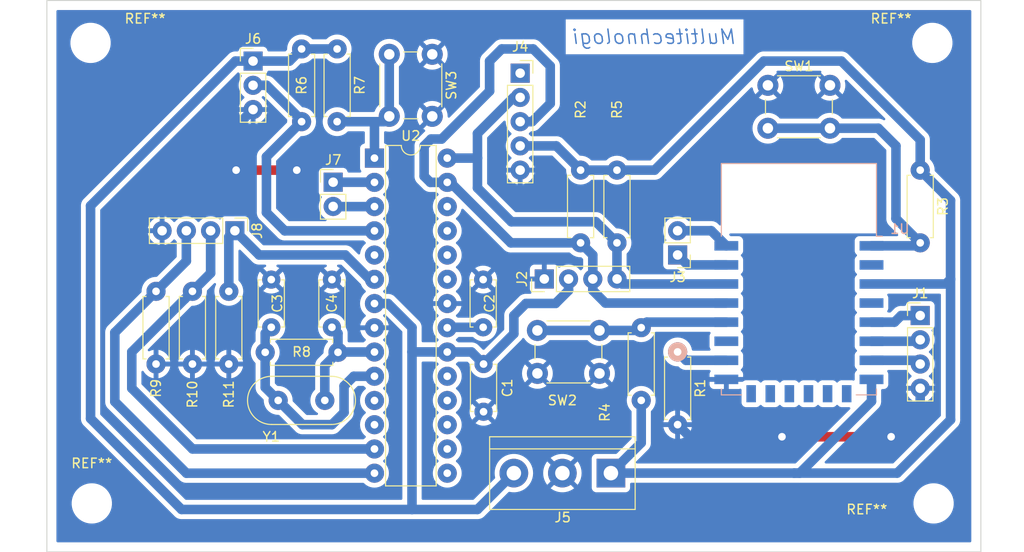
<source format=kicad_pcb>
(kicad_pcb (version 20211014) (generator pcbnew)
  (layers (0 "F.Cu" signal) (31 "B.Cu" signal) (34 "B.Paste" user) (35 "F.Paste" user) (36 "B.SilkS" user "B.Silkscreen") (37 "F.SilkS" user "F.Silkscreen") (38 "B.Mask" user) (39 "F.Mask" user) (44 "Edge.Cuts" user))
  (net 0 "")
  (net 1 "+5V")
  (net 2 "GND")
  (net 3 "Net-(C2-Pad1)")
  (net 4 "Net-(C3-Pad1)")
  (net 5 "Net-(C4-Pad1)")
  (net 6 "/UP")
  (net 7 "/DOWN")
  (net 8 "/SET")
  (net 9 "/SDA")
  (net 10 "/SCL")
  (net 11 "/OS")
  (net 12 "+3.3V")
  (net 13 "/DQ")
  (net 14 "/CH1")
  (net 15 "/CH2")
  (net 16 "/CH3")
  (net 17 "/RX_ESP")
  (net 18 "/TX_ESP")
  (net 19 "Net-(R1-Pad1)")
  (net 20 "Net-(R3-Pad2)")
  (net 21 "Net-(R4-Pad2)")
  (net 22 "Net-(R7-Pad2)")
  (net 44 "/RX_ATMega")
  (net 45 "/TX_ATMega")
  (footprint "Connector_PinHeader_2.54mm:PinHeader_1x02_P2.54mm_Vertical" (layer "F.Cu") (at 88.134849 45.72 180)
    (fp_text reference "J3" (at 0 -2.33 180) (layer "F.SilkS"))
    (fp_text value "Serial ESP")
    (fp_line (start -1.33 1.27) (end 1.33 1.27) (layer "F.SilkS") (width 0.12))
    (fp_line (start 1.33 1.27) (end 1.33 3.87) (layer "F.SilkS") (width 0.12))
    (fp_line (start -1.33 0) (end -1.33 -1.33) (layer "F.SilkS") (width 0.12))
    (fp_line (start -1.33 3.87) (end 1.33 3.87) (layer "F.SilkS") (width 0.12))
    (fp_line (start -1.33 -1.33) (end 0 -1.33) (layer "F.SilkS") (width 0.12))
    (fp_line (start -1.33 1.27) (end -1.33 3.87) (layer "F.SilkS") (width 0.12))
    (pad "1" thru_hole rect (at 0 0 180) (size 2 2) (drill 1) (layers *.Cu *.Mask) (net 18 "/TX_ESP"))
    (pad "2" thru_hole oval (at 0 2.54 180) (size 2 2) (drill 1) (layers *.Cu *.Mask) (net 17 "/RX_ESP"))
  )
  (footprint "Button_Switch_THT:SW_PUSH_6mm" (layer "F.Cu") (at 79.954849 58.13 180)
    (fp_text reference "SW2" (at 3.885 -2.83) (layer "F.SilkS"))
    (fp_text value "UART")
    (fp_line (start 1 5.5) (end 5.5 5.5) (layer "F.SilkS") (width 0.12))
    (fp_line (start 6.75 3) (end 6.75 1.5) (layer "F.SilkS") (width 0.12))
    (fp_line (start -0.25 1.5) (end -0.25 3) (layer "F.SilkS") (width 0.12))
    (fp_line (start 5.5 -1) (end 1 -1) (layer "F.SilkS") (width 0.12))
    (pad "1" thru_hole circle (at 0 0 270) (size 2.2 2.2) (drill 1.1) (layers *.Cu *.Mask) (net 2 "GND"))
    (pad "1" thru_hole circle (at 6.5 0 270) (size 2.2 2.2) (drill 1.1) (layers *.Cu *.Mask) (net 2 "GND"))
    (pad "2" thru_hole circle (at 6.5 4.5 270) (size 2.2 2.2) (drill 1.1) (layers *.Cu *.Mask) (net 21 "Net-(R4-Pad2)"))
    (pad "2" thru_hole circle (at 0 4.5 270) (size 2.2 2.2) (drill 1.1) (layers *.Cu *.Mask) (net 21 "Net-(R4-Pad2)"))
  )
  (footprint "Capacitor_THT:C_Disc_D4.7mm_W2.5mm_P5.00mm" (layer "F.Cu") (at 45.589849 53.3 90)
    (fp_text reference "C3" (at 2.5 0.635 90) (layer "F.SilkS"))
    (fp_text value "22pf")
    (fp_line (start 0.03 1.055) (end 0.03 1.37) (layer "F.SilkS") (width 0.12))
    (fp_line (start 4.97 1.055) (end 4.97 1.37) (layer "F.SilkS") (width 0.12))
    (fp_line (start 0.03 1.37) (end 4.97 1.37) (layer "F.SilkS") (width 0.12))
    (fp_line (start 0.03 -1.37) (end 0.03 -1.055) (layer "F.SilkS") (width 0.12))
    (fp_line (start 0.03 -1.37) (end 4.97 -1.37) (layer "F.SilkS") (width 0.12))
    (fp_line (start 4.97 -1.37) (end 4.97 -1.055) (layer "F.SilkS") (width 0.12))
    (pad "1" thru_hole circle (at 0 0 90) (size 1.9 1.9) (drill 0.8) (layers *.Cu *.Mask) (net 4 "Net-(C3-Pad1)"))
    (pad "2" thru_hole circle (at 5 0 90) (size 1.9 1.9) (drill 0.8) (layers *.Cu *.Mask) (net 2 "GND"))
  )
  (footprint "Button_Switch_THT:SW_PUSH_6mm" (layer "F.Cu") (at 97.584849 27.94)
    (fp_text reference "SW1" (at 3.25 -2) (layer "F.SilkS"))
    (fp_text value "Reset ESP")
    (fp_line (start 6.75 3) (end 6.75 1.5) (layer "F.SilkS") (width 0.12))
    (fp_line (start -0.25 1.5) (end -0.25 3) (layer "F.SilkS") (width 0.12))
    (fp_line (start 5.5 -1) (end 1 -1) (layer "F.SilkS") (width 0.12))
    (fp_line (start 1 5.5) (end 5.5 5.5) (layer "F.SilkS") (width 0.12))
    (pad "1" thru_hole circle (at 6.5 0 90) (size 2.2 2.2) (drill 1.1) (layers *.Cu *.Mask) (net 2 "GND"))
    (pad "1" thru_hole circle (at 0 0 90) (size 2.2 2.2) (drill 1.1) (layers *.Cu *.Mask) (net 2 "GND"))
    (pad "2" thru_hole circle (at 6.5 4.5 90) (size 2.2 2.2) (drill 1.1) (layers *.Cu *.Mask) (net 20 "Net-(R3-Pad2)"))
    (pad "2" thru_hole circle (at 0 4.5 90) (size 2.2 2.2) (drill 1.1) (layers *.Cu *.Mask) (net 20 "Net-(R3-Pad2)"))
  )
  (footprint "MountingHole:MountingHole_3.2mm_M3" (layer "F.Cu") (at 26.800151 71.755)
    (fp_text reference "REF**" (at 0 -4.2) (layer "F.SilkS"))
    (fp_text value "MountingHole_3.2mm_M3")
    (pad "" np_thru_hole circle (at 0 0) (size 3.2 3.2) (drill 3.2) (layers *.Cu *.Mask))
  )
  (footprint "Connector_PinSocket_2.54mm:PinSocket_1x05_P2.54mm_Vertical" (layer "F.Cu") (at 71.649849 26.67)
    (fp_text reference "J4" (at 0 -2.77) (layer "F.SilkS"))
    (fp_text value "RTC DS1307")
    (fp_line (start 1.33 -1.33) (end 1.33 0) (layer "F.SilkS") (width 0.12))
    (fp_line (start -1.33 1.27) (end 1.33 1.27) (layer "F.SilkS") (width 0.12))
    (fp_line (start -1.33 11.49) (end 1.33 11.49) (layer "F.SilkS") (width 0.12))
    (fp_line (start 1.33 1.27) (end 1.33 11.49) (layer "F.SilkS") (width 0.12))
    (fp_line (start -1.33 1.27) (end -1.33 11.49) (layer "F.SilkS") (width 0.12))
    (fp_line (start 0 -1.33) (end 1.33 -1.33) (layer "F.SilkS") (width 0.12))
    (pad "1" thru_hole rect (at 0 0) (size 2 2) (drill 1) (layers *.Cu *.Mask) (net 11 "/OS"))
    (pad "2" thru_hole oval (at 0 2.54) (size 2 2) (drill 1) (layers *.Cu *.Mask) (net 10 "/SCL"))
    (pad "3" thru_hole oval (at 0 5.08) (size 2 2) (drill 1) (layers *.Cu *.Mask) (net 9 "/SDA"))
    (pad "4" thru_hole oval (at 0 7.62) (size 2 2) (drill 1) (layers *.Cu *.Mask) (net 12 "+3.3V"))
    (pad "5" thru_hole oval (at 0 10.16) (size 2 2) (drill 1) (layers *.Cu *.Mask) (net 2 "GND"))
  )
  (footprint "Resistor_THT:R_Axial_DIN0207_L6.3mm_D2.5mm_P7.62mm_Horizontal" (layer "F.Cu") (at 113.534849 36.83 -90)
    (fp_text reference "R3" (at 3.81 -2.37 -270) (layer "F.SilkS"))
    (fp_text value "4,7k")
    (fp_line (start 0.54 1.37) (end 7.08 1.37) (layer "F.SilkS") (width 0.12))
    (fp_line (start 0.54 -1.04) (end 0.54 -1.37) (layer "F.SilkS") (width 0.12))
    (fp_line (start 7.08 -1.37) (end 7.08 -1.04) (layer "F.SilkS") (width 0.12))
    (fp_line (start 0.54 1.04) (end 0.54 1.37) (layer "F.SilkS") (width 0.12))
    (fp_line (start 0.54 -1.37) (end 7.08 -1.37) (layer "F.SilkS") (width 0.12))
    (fp_line (start 7.08 1.37) (end 7.08 1.04) (layer "F.SilkS") (width 0.12))
    (pad "1" thru_hole circle (at 0 0 270) (size 2 2) (drill 0.8) (layers *.Cu *.Mask) (net 12 "+3.3V"))
    (pad "2" thru_hole oval (at 7.62 0 270) (size 2 2) (drill 0.8) (layers *.Cu *.Mask) (net 20 "Net-(R3-Pad2)"))
  )
  (footprint "Resistor_THT:R_Axial_DIN0207_L6.3mm_D2.5mm_P7.62mm_Horizontal" (layer "F.Cu") (at 33.524849 49.53 -90)
    (fp_text reference "R9" (at 10.16 0 90) (layer "F.SilkS"))
    (fp_text value "4.7k")
    (fp_line (start 7.08 -1.37) (end 7.08 -1.04) (layer "F.SilkS") (width 0.12))
    (fp_line (start 0.54 -1.04) (end 0.54 -1.37) (layer "F.SilkS") (width 0.12))
    (fp_line (start 0.54 -1.37) (end 7.08 -1.37) (layer "F.SilkS") (width 0.12))
    (fp_line (start 0.54 1.04) (end 0.54 1.37) (layer "F.SilkS") (width 0.12))
    (fp_line (start 7.08 1.37) (end 7.08 1.04) (layer "F.SilkS") (width 0.12))
    (fp_line (start 0.54 1.37) (end 7.08 1.37) (layer "F.SilkS") (width 0.12))
    (pad "1" thru_hole circle (at 0 0 270) (size 2 2) (drill 0.8) (layers *.Cu *.Mask) (net 16 "/CH3"))
    (pad "2" thru_hole oval (at 7.62 0 270) (size 2 2) (drill 0.8) (layers *.Cu *.Mask) (net 2 "GND"))
  )
  (footprint "Resistor_THT:R_Axial_DIN0207_L6.3mm_D2.5mm_P7.62mm_Horizontal" (layer "F.Cu") (at 37.334849 49.53 -90)
    (fp_text reference "R10" (at 10.795 0 90) (layer "F.SilkS"))
    (fp_text value "4.7k")
    (fp_line (start 0.54 -1.04) (end 0.54 -1.37) (layer "F.SilkS") (width 0.12))
    (fp_line (start 0.54 1.37) (end 7.08 1.37) (layer "F.SilkS") (width 0.12))
    (fp_line (start 7.08 1.37) (end 7.08 1.04) (layer "F.SilkS") (width 0.12))
    (fp_line (start 7.08 -1.37) (end 7.08 -1.04) (layer "F.SilkS") (width 0.12))
    (fp_line (start 0.54 1.04) (end 0.54 1.37) (layer "F.SilkS") (width 0.12))
    (fp_line (start 0.54 -1.37) (end 7.08 -1.37) (layer "F.SilkS") (width 0.12))
    (pad "1" thru_hole circle (at 0 0 270) (size 2 2) (drill 0.8) (layers *.Cu *.Mask) (net 15 "/CH2"))
    (pad "2" thru_hole oval (at 7.62 0 270) (size 2 2) (drill 0.8) (layers *.Cu *.Mask) (net 2 "GND"))
  )
  (footprint "Crystal:Crystal_HC49-U_Vertical" (layer "F.Cu") (at 46.314849 60.96)
    (fp_text reference "Y1" (at -0.725 3.81) (layer "F.SilkS"))
    (fp_text value "16MHz")
    (fp_line (start -0.685 -2.525) (end 5.565 -2.525) (layer "F.SilkS") (width 0.12))
    (fp_line (start -0.685 2.525) (end 5.565 2.525) (layer "F.SilkS") (width 0.12))
    (fp_arc (start -0.685 2.525) (mid -3.21 0) (end -0.685 -2.525) (layer "F.SilkS") (width 0.12))
    (fp_arc (start 5.565 -2.525) (mid 8.09 0) (end 5.565 2.525) (layer "F.SilkS") (width 0.12))
    (pad "1" thru_hole circle (at 0 0) (size 2 2) (drill 0.8) (layers *.Cu *.Mask) (net 4 "Net-(C3-Pad1)"))
    (pad "2" thru_hole circle (at 4.88 0) (size 2 2) (drill 0.8) (layers *.Cu *.Mask) (net 5 "Net-(C4-Pad1)"))
  )
  (footprint "Resistor_THT:R_Axial_DIN0207_L6.3mm_D2.5mm_P7.62mm_Horizontal" (layer "F.Cu") (at 41.144849 49.53 -90)
    (fp_text reference "R11" (at 10.795 0 90) (layer "F.SilkS"))
    (fp_text value "4.7k")
    (fp_line (start 0.54 -1.04) (end 0.54 -1.37) (layer "F.SilkS") (width 0.12))
    (fp_line (start 7.08 1.37) (end 7.08 1.04) (layer "F.SilkS") (width 0.12))
    (fp_line (start 0.54 -1.37) (end 7.08 -1.37) (layer "F.SilkS") (width 0.12))
    (fp_line (start 7.08 -1.37) (end 7.08 -1.04) (layer "F.SilkS") (width 0.12))
    (fp_line (start 0.54 1.37) (end 7.08 1.37) (layer "F.SilkS") (width 0.12))
    (fp_line (start 0.54 1.04) (end 0.54 1.37) (layer "F.SilkS") (width 0.12))
    (pad "1" thru_hole circle (at 0 0 270) (size 2 2) (drill 0.8) (layers *.Cu *.Mask) (net 14 "/CH1"))
    (pad "2" thru_hole oval (at 7.62 0 270) (size 2 2) (drill 0.8) (layers *.Cu *.Mask) (net 2 "GND"))
  )
  (footprint "Connector_PinHeader_2.54mm:PinHeader_1x04_P2.54mm_Vertical" (layer "F.Cu") (at 113.534849 52.07)
    (fp_text reference "J1" (at 0 -2.33) (layer "F.SilkS"))
    (fp_text value "Nav Pin")
    (fp_line (start -1.33 0) (end -1.33 -1.33) (layer "F.SilkS") (width 0.12))
    (fp_line (start -1.33 -1.33) (end 0 -1.33) (layer "F.SilkS") (width 0.12))
    (fp_line (start -1.33 1.27) (end 1.33 1.27) (layer "F.SilkS") (width 0.12))
    (fp_line (start -1.33 8.95) (end 1.33 8.95) (layer "F.SilkS") (width 0.12))
    (fp_line (start -1.33 1.27) (end -1.33 8.95) (layer "F.SilkS") (width 0.12))
    (fp_line (start 1.33 1.27) (end 1.33 8.95) (layer "F.SilkS") (width 0.12))
    (pad "1" thru_hole rect (at 0 0) (size 2 2) (drill 1) (layers *.Cu *.Mask) (net 6 "/UP"))
    (pad "2" thru_hole oval (at 0 2.54) (size 2 2) (drill 1) (layers *.Cu *.Mask) (net 7 "/DOWN"))
    (pad "3" thru_hole oval (at 0 5.08) (size 2 2) (drill 1) (layers *.Cu *.Mask) (net 8 "/SET"))
    (pad "4" thru_hole oval (at 0 7.62) (size 2 2) (drill 1) (layers *.Cu *.Mask) (net 2 "GND"))
  )
  (footprint "Resistor_THT:R_Axial_DIN0207_L6.3mm_D2.5mm_P7.62mm_Horizontal" (layer "F.Cu") (at 84.324849 60.96 90)
    (fp_text reference "R4" (at -1.27 -3.81 90) (layer "F.SilkS"))
    (fp_text value "4,7k")
    (fp_line (start 0.54 -1.37) (end 7.08 -1.37) (layer "F.SilkS") (width 0.12))
    (fp_line (start 7.08 1.37) (end 7.08 1.04) (layer "F.SilkS") (width 0.12))
    (fp_line (start 0.54 -1.04) (end 0.54 -1.37) (layer "F.SilkS") (width 0.12))
    (fp_line (start 0.54 1.04) (end 0.54 1.37) (layer "F.SilkS") (width 0.12))
    (fp_line (start 7.08 -1.37) (end 7.08 -1.04) (layer "F.SilkS") (width 0.12))
    (fp_line (start 0.54 1.37) (end 7.08 1.37) (layer "F.SilkS") (width 0.12))
    (pad "1" thru_hole circle (at 0 0 90) (size 2 2) (drill 0.8) (layers *.Cu *.Mask) (net 12 "+3.3V"))
    (pad "2" thru_hole oval (at 7.62 0 90) (size 2 2) (drill 0.8) (layers *.Cu *.Mask) (net 21 "Net-(R4-Pad2)"))
  )
  (footprint "Connector_PinHeader_2.54mm:PinHeader_1x02_P2.54mm_Vertical" (layer "F.Cu") (at 52.07 38.095)
    (fp_text reference "J7" (at 0 -2.33) (layer "F.SilkS"))
    (fp_text value "Serial ATMega")
    (fp_line (start -1.33 1.27) (end -1.33 3.87) (layer "F.SilkS") (width 0.12))
    (fp_line (start -1.33 3.87) (end 1.33 3.87) (layer "F.SilkS") (width 0.12))
    (fp_line (start 1.33 1.27) (end 1.33 3.87) (layer "F.SilkS") (width 0.12))
    (fp_line (start -1.33 1.27) (end 1.33 1.27) (layer "F.SilkS") (width 0.12))
    (fp_line (start -1.33 0) (end -1.33 -1.33) (layer "F.SilkS") (width 0.12))
    (fp_line (start -1.33 -1.33) (end 0 -1.33) (layer "F.SilkS") (width 0.12))
    (pad "1" thru_hole rect (at 0 0) (size 2 2) (drill 1) (layers *.Cu *.Mask) (net 45 "/TX_ATMega"))
    (pad "2" thru_hole oval (at 0 2.54) (size 2 2) (drill 1) (layers *.Cu *.Mask) (net 44 "/RX_ATMega"))
  )
  (footprint "Connector_PinHeader_2.54mm:PinHeader_1x04_P2.54mm_Vertical" (layer "F.Cu") (at 74.174849 48.235 90)
    (fp_text reference "J2" (at 0 -2.33 90) (layer "F.SilkS"))
    (fp_text value "LCD I2C")
    (fp_line (start -1.33 1.27) (end 1.33 1.27) (layer "F.SilkS") (width 0.12))
    (fp_line (start 1.33 1.27) (end 1.33 8.95) (layer "F.SilkS") (width 0.12))
    (fp_line (start -1.33 -1.33) (end 0 -1.33) (layer "F.SilkS") (width 0.12))
    (fp_line (start -1.33 1.27) (end -1.33 8.95) (layer "F.SilkS") (width 0.12))
    (fp_line (start -1.33 0) (end -1.33 -1.33) (layer "F.SilkS") (width 0.12))
    (fp_line (start -1.33 8.95) (end 1.33 8.95) (layer "F.SilkS") (width 0.12))
    (pad "1" thru_hole rect (at 0 0 90) (size 2 2) (drill 1) (layers *.Cu *.Mask) (net 2 "GND"))
    (pad "2" thru_hole oval (at 0 2.54 90) (size 2 2) (drill 1) (layers *.Cu *.Mask) (net 1 "+5V"))
    (pad "3" thru_hole oval (at 0 5.08 90) (size 2 2) (drill 1) (layers *.Cu *.Mask) (net 9 "/SDA"))
    (pad "4" thru_hole oval (at 0 7.62 90) (size 2 2) (drill 1) (layers *.Cu *.Mask) (net 10 "/SCL"))
  )
  (footprint "MountingHole:MountingHole_3.2mm_M3" (layer "F.Cu") (at 114.804849 23.495)
    (fp_text reference "REF**" (at -4.314849 -2.54) (layer "F.SilkS"))
    (fp_text value "MountingHole_3.2mm_M3")
    (pad "" np_thru_hole circle (at 0 0) (size 3.2 3.2) (drill 3.2) (layers *.Cu *.Mask))
  )
  (footprint "TerminalBlock:TerminalBlock_bornier-3_P5.08mm" (layer "F.Cu") (at 81.149849 68.58 180)
    (fp_text reference "J5" (at 5.05 -4.65 180) (layer "F.SilkS"))
    (fp_text value "PWR")
    (fp_line (start -2.54 3.81) (end 12.7 3.81) (layer "F.SilkS") (width 0.12))
    (fp_line (start 12.7 3.81) (end 12.7 -3.81) (layer "F.SilkS") (width 0.12))
    (fp_line (start -2.54 -3.81) (end 12.7 -3.81) (layer "F.SilkS") (width 0.12))
    (fp_line (start -2.54 3.81) (end -2.54 -3.81) (layer "F.SilkS") (width 0.12))
    (fp_line (start -2.54 2.54) (end 12.7 2.54) (layer "F.SilkS") (width 0.12))
    (pad "1" thru_hole rect (at 0 0 180) (size 3 3) (drill 1.52) (layers *.Cu *.Mask) (net 12 "+3.3V"))
    (pad "2" thru_hole circle (at 5.08 0 180) (size 3 3) (drill 1.52) (layers *.Cu *.Mask) (net 2 "GND"))
    (pad "3" thru_hole circle (at 10.16 0 180) (size 3 3) (drill 1.52) (layers *.Cu *.Mask) (net 1 "+5V"))
  )
  (footprint "Resistor_THT:R_Axial_DIN0207_L6.3mm_D2.5mm_P7.62mm_Horizontal" (layer "F.Cu") (at 48.764849 31.75 90)
    (fp_text reference "R6" (at 3.81 0 90) (layer "F.SilkS"))
    (fp_text value "4.7k")
    (fp_line (start 7.08 1.37) (end 7.08 1.04) (layer "F.SilkS") (width 0.12))
    (fp_line (start 7.08 -1.37) (end 7.08 -1.04) (layer "F.SilkS") (width 0.12))
    (fp_line (start 0.54 -1.04) (end 0.54 -1.37) (layer "F.SilkS") (width 0.12))
    (fp_line (start 0.54 -1.37) (end 7.08 -1.37) (layer "F.SilkS") (width 0.12))
    (fp_line (start 0.54 1.04) (end 0.54 1.37) (layer "F.SilkS") (width 0.12))
    (fp_line (start 0.54 1.37) (end 7.08 1.37) (layer "F.SilkS") (width 0.12))
    (pad "1" thru_hole circle (at 0 0 90) (size 2 2) (drill 0.8) (layers *.Cu *.Mask) (net 13 "/DQ"))
    (pad "2" thru_hole oval (at 7.62 0 90) (size 2 2) (drill 0.8) (layers *.Cu *.Mask) (net 1 "+5V"))
  )
  (footprint "Resistor_THT:R_Axial_DIN0207_L6.3mm_D2.5mm_P7.62mm_Horizontal" (layer "F.Cu") (at 88.134849 55.88 -90)
    (fp_text reference "R1" (at 3.81 -2.37 90) (layer "F.SilkS"))
    (fp_text value "4,7k")
    (fp_line (start 0.54 -1.37) (end 7.08 -1.37) (layer "F.SilkS") (width 0.12))
    (fp_line (start 0.54 -1.04) (end 0.54 -1.37) (layer "F.SilkS") (width 0.12))
    (fp_line (start 0.54 1.37) (end 7.08 1.37) (layer "F.SilkS") (width 0.12))
    (fp_line (start 7.08 1.37) (end 7.08 1.04) (layer "F.SilkS") (width 0.12))
    (fp_line (start 7.08 -1.37) (end 7.08 -1.04) (layer "F.SilkS") (width 0.12))
    (fp_line (start 0.54 1.04) (end 0.54 1.37) (layer "F.SilkS") (width 0.12))
    (pad "1" thru_hole circle (at 0 0 270) (size 2 2) (drill 0.8) (layers *.Cu *.Mask "B.SilkS") (net 19 "Net-(R1-Pad1)"))
    (pad "2" thru_hole oval (at 7.62 0 270) (size 2 2) (drill 0.8) (layers *.Cu *.Mask) (net 2 "GND"))
  )
  (footprint "Package_DIP:DIP-28_W7.62mm" (layer "F.Cu") (at 56.394849 35.57)
    (fp_text reference "U2" (at 3.8 -2.33) (layer "F.SilkS"))
    (fp_text value "ATmega328-P")
    (fp_line (start 6.46 34.35) (end 6.46 -1.33) (layer "F.SilkS") (width 0.12))
    (fp_line (start 6.46 -1.33) (end 4.81 -1.33) (layer "F.SilkS") (width 0.12))
    (fp_line (start 1.16 34.35) (end 6.46 34.35) (layer "F.SilkS") (width 0.12))
    (fp_line (start 2.81 -1.33) (end 1.16 -1.33) (layer "F.SilkS") (width 0.12))
    (fp_line (start 1.16 -1.33) (end 1.16 34.35) (layer "F.SilkS") (width 0.12))
    (fp_arc (start 4.81 -1.33) (mid 3.81 -0.33) (end 2.81 -1.33) (layer "F.SilkS") (width 0.12))
    (pad "1" thru_hole rect (at 0 0) (size 2 2) (drill 0.8) (layers *.Cu *.Mask) (net 22 "Net-(R7-Pad2)"))
    (pad "2" thru_hole oval (at 0 2.54) (size 2 2) (drill 0.8) (layers *.Cu *.Mask) (net 45 "/TX_ATMega"))
    (pad "3" thru_hole oval (at 0 5.08) (size 2 2) (drill 0.8) (layers *.Cu *.Mask) (net 44 "/RX_ATMega"))
    (pad "4" thru_hole oval (at 0 7.62) (size 2 2) (drill 0.8) (layers *.Cu *.Mask) (net 13 "/DQ"))
    (pad "5" thru_hole oval (at 0 10.16) (size 2 2) (drill 0.8) (layers *.Cu *.Mask))
    (pad "6" thru_hole oval (at 0 12.7) (size 2 2) (drill 0.8) (layers *.Cu *.Mask) (net 14 "/CH1"))
    (pad "7" thru_hole oval (at 0 15.24) (size 2 2) (drill 0.8) (layers *.Cu *.Mask) (net 1 "+5V"))
    (pad "8" thru_hole oval (at 0 17.78) (size 2 2) (drill 0.8) (layers *.Cu *.Mask) (net 2 "GND"))
    (pad "9" thru_hole oval (at 0 20.32) (size 2 2) (drill 0.8) (layers *.Cu *.Mask) (net 5 "Net-(C4-Pad1)"))
    (pad "10" thru_hole oval (at 0 22.86) (size 2 2) (drill 0.8) (layers *.Cu *.Mask) (net 4 "Net-(C3-Pad1)"))
    (pad "11" thru_hole oval (at 0 25.4) (size 2 2) (drill 0.8) (layers *.Cu *.Mask))
    (pad "12" thru_hole oval (at 0 27.94) (size 2 2) (drill 0.8) (layers *.Cu *.Mask))
    (pad "13" thru_hole oval (at 0 30.48) (size 2 2) (drill 0.8) (layers *.Cu *.Mask) (net 15 "/CH2"))
    (pad "14" thru_hole oval (at 0 33.02) (size 2 2) (drill 0.8) (layers *.Cu *.Mask) (net 16 "/CH3"))
    (pad "15" thru_hole oval (at 7.62 33.02) (size 2 2) (drill 0.8) (layers *.Cu *.Mask))
    (pad "16" thru_hole oval (at 7.62 30.48) (size 2 2) (drill 0.8) (layers *.Cu *.Mask))
    (pad "17" thru_hole oval (at 7.62 27.94) (size 2 2) (drill 0.8) (layers *.Cu *.Mask))
    (pad "18" thru_hole oval (at 7.62 25.4) (size 2 2) (drill 0.8) (layers *.Cu *.Mask))
    (pad "19" thru_hole oval (at 7.62 22.86) (size 2 2) (drill 0.8) (layers *.Cu *.Mask))
    (pad "20" thru_hole oval (at 7.62 20.32) (size 2 2) (drill 0.8) (layers *.Cu *.Mask) (net 1 "+5V"))
    (pad "21" thru_hole oval (at 7.62 17.78) (size 2 2) (drill 0.8) (layers *.Cu *.Mask) (net 3 "Net-(C2-Pad1)"))
    (pad "22" thru_hole oval (at 7.62 15.24) (size 2 2) (drill 0.8) (layers *.Cu *.Mask) (net 2 "GND"))
    (pad "23" thru_hole oval (at 7.62 12.7) (size 2 2) (drill 0.8) (layers *.Cu *.Mask))
    (pad "24" thru_hole oval (at 7.62 10.16) (size 2 2) (drill 0.8) (layers *.Cu *.Mask))
    (pad "25" thru_hole oval (at 7.62 7.62) (size 2 2) (drill 0.8) (layers *.Cu *.Mask))
    (pad "26" thru_hole oval (at 7.62 5.08) (size 2 2) (drill 0.8) (layers *.Cu *.Mask))
    (pad "27" thru_hole oval (at 7.62 2.54) (size 2 2) (drill 0.8) (layers *.Cu *.Mask) (net 9 "/SDA"))
    (pad "28" thru_hole oval (at 7.62 0) (size 2 2) (drill 0.8) (layers *.Cu *.Mask) (net 10 "/SCL"))
  )
  (footprint "Button_Switch_THT:SW_PUSH_6mm" (layer "F.Cu") (at 62.444849 24.69 -90)
    (fp_text reference "SW3" (at 3.25 -2 90) (layer "F.SilkS"))
    (fp_text value "Reset ATMega")
    (fp_line (start 5.5 -1) (end 1 -1) (layer "F.SilkS") (width 0.12))
    (fp_line (start 1 5.5) (end 5.5 5.5) (layer "F.SilkS") (width 0.12))
    (fp_line (start 6.75 3) (end 6.75 1.5) (layer "F.SilkS") (width 0.12))
    (fp_line (start -0.25 1.5) (end -0.25 3) (layer "F.SilkS") (width 0.12))
    (pad "1" thru_hole circle (at 6.5 0) (size 2.2 2.2) (drill 1.1) (layers *.Cu *.Mask) (net 2 "GND"))
    (pad "1" thru_hole circle (at 0 0) (size 2.2 2.2) (drill 1.1) (layers *.Cu *.Mask) (net 2 "GND"))
    (pad "2" thru_hole circle (at 0 4.5) (size 2.2 2.2) (drill 1.1) (layers *.Cu *.Mask) (net 22 "Net-(R7-Pad2)"))
    (pad "2" thru_hole circle (at 6.5 4.5) (size 2.2 2.2) (drill 1.1) (layers *.Cu *.Mask) (net 22 "Net-(R7-Pad2)"))
  )
  (footprint "MountingHole:MountingHole_3.2mm_M3" (layer "F.Cu") (at 26.67 23.495)
    (fp_text reference "REF**" (at 5.715 -2.54) (layer "F.SilkS"))
    (fp_text value "MountingHole_3.2mm_M3")
    (pad "" np_thru_hole circle (at 0 0) (size 3.2 3.2) (drill 3.2) (layers *.Cu *.Mask))
  )
  (footprint "MountingHole:MountingHole_3.2mm_M3" (layer "F.Cu") (at 114.935 71.755)
    (fp_text reference "REF**" (at -6.985 0.635) (layer "F.SilkS"))
    (fp_text value "MountingHole_3.2mm_M3")
    (pad "" np_thru_hole circle (at 0 0) (size 3.2 3.2) (drill 3.2) (layers *.Cu *.Mask))
  )
  (footprint "Resistor_THT:R_Axial_DIN0207_L6.3mm_D2.5mm_P7.62mm_Horizontal" (layer "F.Cu") (at 77.974849 36.83 -90)
    (fp_text reference "R2" (at -6.35 0 -270) (layer "F.SilkS"))
    (fp_text value "4,7k")
    (fp_line (start 7.08 1.37) (end 7.08 1.04) (layer "F.SilkS") (width 0.12))
    (fp_line (start 0.54 -1.04) (end 0.54 -1.37) (layer "F.SilkS") (width 0.12))
    (fp_line (start 7.08 -1.37) (end 7.08 -1.04) (layer "F.SilkS") (width 0.12))
    (fp_line (start 0.54 1.37) (end 7.08 1.37) (layer "F.SilkS") (width 0.12))
    (fp_line (start 0.54 1.04) (end 0.54 1.37) (layer "F.SilkS") (width 0.12))
    (fp_line (start 0.54 -1.37) (end 7.08 -1.37) (layer "F.SilkS") (width 0.12))
    (pad "1" thru_hole circle (at 0 0 270) (size 2 2) (drill 0.8) (layers *.Cu *.Mask) (net 12 "+3.3V"))
    (pad "2" thru_hole oval (at 7.62 0 270) (size 2 2) (drill 0.8) (layers *.Cu *.Mask) (net 9 "/SDA"))
  )
  (footprint "Capacitor_THT:C_Disc_D4.7mm_W2.5mm_P5.00mm" (layer "F.Cu") (at 67.774849 53.3 90)
    (fp_text reference "C2" (at 2.5 0.675 90) (layer "F.SilkS"))
    (fp_text value "100nf")
    (fp_line (start 0.03 -1.37) (end 4.97 -1.37) (layer "F.SilkS") (width 0.12))
    (fp_line (start 0.03 1.055) (end 0.03 1.37) (layer "F.SilkS") (width 0.12))
    (fp_line (start 4.97 -1.37) (end 4.97 -1.055) (layer "F.SilkS") (width 0.12))
    (fp_line (start 0.03 1.37) (end 4.97 1.37) (layer "F.SilkS") (width 0.12))
    (fp_line (start 0.03 -1.37) (end 0.03 -1.055) (layer "F.SilkS") (width 0.12))
    (fp_line (start 4.97 1.055) (end 4.97 1.37) (layer "F.SilkS") (width 0.12))
    (pad "1" thru_hole circle (at 0 0 90) (size 1.9 1.9) (drill 0.8) (layers *.Cu *.Mask) (net 3 "Net-(C2-Pad1)"))
    (pad "2" thru_hole circle (at 5 0 90) (size 1.9 1.9) (drill 0.8) (layers *.Cu *.Mask "Dwgs.User") (net 2 "GND"))
  )
  (footprint "Resistor_THT:R_Axial_DIN0207_L6.3mm_D2.5mm_P7.62mm_Horizontal" (layer "F.Cu") (at 52.485135 24.13 -90)
    (fp_text reference "R7" (at 3.81 -2.37 90) (layer "F.SilkS"))
    (fp_text value "4.7k")
    (fp_line (start 7.08 1.37) (end 7.08 1.04) (layer "F.SilkS") (width 0.12))
    (fp_line (start 0.54 1.04) (end 0.54 1.37) (layer "F.SilkS") (width 0.12))
    (fp_line (start 0.54 1.37) (end 7.08 1.37) (layer "F.SilkS") (width 0.12))
    (fp_line (start 0.54 -1.04) (end 0.54 -1.37) (layer "F.SilkS") (width 0.12))
    (fp_line (start 0.54 -1.37) (end 7.08 -1.37) (layer "F.SilkS") (width 0.12))
    (fp_line (start 7.08 -1.37) (end 7.08 -1.04) (layer "F.SilkS") (width 0.12))
    (pad "1" thru_hole circle (at 0 0 270) (size 2 2) (drill 0.8) (layers *.Cu *.Mask) (net 1 "+5V"))
    (pad "2" thru_hole oval (at 7.62 0 270) (size 2 2) (drill 0.8) (layers *.Cu *.Mask) (net 22 "Net-(R7-Pad2)"))
  )
  (footprint "Resistor_THT:R_Axial_DIN0207_L6.3mm_D2.5mm_P7.62mm_Horizontal" (layer "F.Cu") (at 52.574849 55.92 180)
    (fp_text reference "R8" (at 3.81 0.04) (layer "F.SilkS"))
    (fp_text value "1M")
    (fp_line (start 0.54 -1.37) (end 7.08 -1.37) (layer "F.SilkS") (width 0.12))
    (fp_line (start 0.54 -1.04) (end 0.54 -1.37) (layer "F.SilkS") (width 0.12))
    (fp_line (start 0.54 1.04) (end 0.54 1.37) (layer "F.SilkS") (width 0.12))
    (fp_line (start 7.08 -1.37) (end 7.08 -1.04) (layer "F.SilkS") (width 0.12))
    (fp_line (start 7.08 1.37) (end 7.08 1.04) (layer "F.SilkS") (width 0.12))
    (fp_line (start 0.54 1.37) (end 7.08 1.37) (layer "F.SilkS") (width 0.12))
    (pad "1" thru_hole circle (at 0 0 180) (size 2 2) (drill 0.8) (layers *.Cu *.Mask) (net 5 "Net-(C4-Pad1)"))
    (pad "2" thru_hole oval (at 7.62 0 180) (size 2 2) (drill 0.8) (layers *.Cu *.Mask) (net 4 "Net-(C3-Pad1)"))
  )
  (footprint "Connector_PinHeader_2.54mm:PinHeader_1x03_P2.54mm_Vertical" (layer "F.Cu") (at 43.684849 25.4)
    (fp_text reference "J6" (at 0 -2.33) (layer "F.SilkS"))
    (fp_text value "Temp DS18B20")
    (fp_line (start -1.33 -1.33) (end 0 -1.33) (layer "F.SilkS") (width 0.12))
    (fp_line (start -1.33 6.41) (end 1.33 6.41) (layer "F.SilkS") (width 0.12))
    (fp_line (start -1.33 1.27) (end -1.33 6.41) (layer "F.SilkS") (width 0.12))
    (fp_line (start -1.33 0) (end -1.33 -1.33) (layer "F.SilkS") (width 0.12))
    (fp_line (start -1.33 1.27) (end 1.33 1.27) (layer "F.SilkS") (width 0.12))
    (fp_line (start 1.33 1.27) (end 1.33 6.41) (layer "F.SilkS") (width 0.12))
    (pad "1" thru_hole rect (at 0 0) (size 2 2) (drill 1) (layers *.Cu *.Mask) (net 1 "+5V"))
    (pad "2" thru_hole oval (at 0 2.54) (size 2 2) (drill 1) (layers *.Cu *.Mask) (net 13 "/DQ"))
    (pad "3" thru_hole oval (at 0 5.08) (size 2 2) (drill 1) (layers *.Cu *.Mask) (net 2 "GND"))
  )
  (footprint "Resistor_THT:R_Axial_DIN0207_L6.3mm_D2.5mm_P7.62mm_Horizontal" (layer "F.Cu") (at 81.784849 36.83 -90)
    (fp_text reference "R5" (at -6.35 0 -270) (layer "F.SilkS"))
    (fp_text value "4.7k")
    (fp_line (start 0.54 -1.04) (end 0.54 -1.37) (layer "F.SilkS") (width 0.12))
    (fp_line (start 7.08 -1.37) (end 7.08 -1.04) (layer "F.SilkS") (width 0.12))
    (fp_line (start 0.54 1.37) (end 7.08 1.37) (layer "F.SilkS") (width 0.12))
    (fp_line (start 0.54 1.04) (end 0.54 1.37) (layer "F.SilkS") (width 0.12))
    (fp_line (start 7.08 1.37) (end 7.08 1.04) (layer "F.SilkS") (width 0.12))
    (fp_line (start 0.54 -1.37) (end 7.08 -1.37) (layer "F.SilkS") (width 0.12))
    (pad "1" thru_hole circle (at 0 0 270) (size 2 2) (drill 0.8) (layers *.Cu *.Mask) (net 12 "+3.3V"))
    (pad "2" thru_hole oval (at 7.62 0 270) (size 2 2) (drill 0.8) (layers *.Cu *.Mask) (net 10 "/SCL"))
  )
  (footprint "Connector_PinHeader_2.54mm:PinHeader_1x04_P2.54mm_Vertical" (layer "F.Cu") (at 41.779849 43.18 -90)
    (fp_text reference "J8" (at 0 -2.33 -90) (layer "F.SilkS"))
    (fp_text value "Relay Module")
    (fp_line (start -1.33 1.27) (end -1.33 8.95) (layer "F.SilkS") (width 0.12))
    (fp_line (start -1.33 -1.33) (end 0 -1.33) (layer "F.SilkS") (width 0.12))
    (fp_line (start -1.33 1.27) (end 1.33 1.27) (layer "F.SilkS") (width 0.12))
    (fp_line (start -1.33 8.95) (end 1.33 8.95) (layer "F.SilkS") (width 0.12))
    (fp_line (start 1.33 1.27) (end 1.33 8.95) (layer "F.SilkS") (width 0.12))
    (fp_line (start -1.33 0) (end -1.33 -1.33) (layer "F.SilkS") (width 0.12))
    (pad "1" thru_hole rect (at 0 0 270) (size 2 2) (drill 1) (layers *.Cu *.Mask) (net 14 "/CH1"))
    (pad "2" thru_hole oval (at 0 2.54 270) (size 2 2) (drill 1) (layers *.Cu *.Mask) (net 15 "/CH2"))
    (pad "3" thru_hole oval (at 0 5.08 270) (size 2 2) (drill 1) (layers *.Cu *.Mask) (net 16 "/CH3"))
    (pad "4" thru_hole oval (at 0 7.62 270) (size 2 2) (drill 1) (layers *.Cu *.Mask) (net 2 "GND"))
  )
  (footprint "Capacitor_THT:C_Disc_D4.7mm_W2.5mm_P5.00mm" (layer "F.Cu") (at 67.814849 57.15 -90)
    (fp_text reference "C1" (at 2.5 -2.5 -90) (layer "F.SilkS"))
    (fp_text value "100nf")
    (fp_line (start 0.03 -1.37) (end 4.97 -1.37) (layer "F.SilkS") (width 0.12))
    (fp_line (start 0.03 1.37) (end 4.97 1.37) (layer "F.SilkS") (width 0.12))
    (fp_line (start 0.03 1.055) (end 0.03 1.37) (layer "F.SilkS") (width 0.12))
    (fp_line (start 0.03 -1.37) (end 0.03 -1.055) (layer "F.SilkS") (width 0.12))
    (fp_line (start 4.97 -1.37) (end 4.97 -1.055) (layer "F.SilkS") (width 0.12))
    (fp_line (start 4.97 1.055) (end 4.97 1.37) (layer "F.SilkS") (width 0.12))
    (pad "1" thru_hole circle (at 0 0 270) (size 1.9 1.9) (drill 0.8) (layers *.Cu *.Mask) (net 1 "+5V"))
    (pad "2" thru_hole circle (at 5 0 270) (size 1.9 1.9) (drill 0.8) (layers *.Cu *.Mask) (net 2 "GND"))
  )
  (footprint "Capacitor_THT:C_Disc_D4.7mm_W2.5mm_P5.00mm" (layer "F.Cu") (at 51.939849 53.3 90)
    (fp_text reference "C4" (at 2.5 0 90) (layer "F.SilkS"))
    (fp_text value "22pf")
    (fp_line (start 4.97 -1.37) (end 4.97 -1.055) (layer "F.SilkS") (width 0.12))
    (fp_line (start 0.03 1.37) (end 4.97 1.37) (layer "F.SilkS") (width 0.12))
    (fp_line (start 0.03 1.055) (end 0.03 1.37) (layer "F.SilkS") (width 0.12))
    (fp_line (start 0.03 -1.37) (end 0.03 -1.055) (layer "F.SilkS") (width 0.12))
    (fp_line (start 0.03 -1.37) (end 4.97 -1.37) (layer "F.SilkS") (width 0.12))
    (fp_line (start 4.97 1.055) (end 4.97 1.37) (layer "F.SilkS") (width 0.12))
    (pad "1" thru_hole circle (at 0 0 90) (size 1.9 1.9) (drill 0.8) (layers *.Cu *.Mask) (net 5 "Net-(C4-Pad1)"))
    (pad "2" thru_hole circle (at 5 0 90) (size 1.9 1.9) (drill 0.8) (layers *.Cu *.Mask) (net 2 "GND"))
  )
  (footprint "RF_Module:ESP-12E" (layer "B.Cu") (at 100.834849 48.26 180)
    (fp_text reference "U1" (at -10.56 5.26) (layer "B.SilkS") (effects (justify mirror)))
    (fp_text value "ESP-12E")
    (fp_line (start -8.12 -12.12) (end -8.12 -11.5) (layer "B.SilkS") (width 0.12))
    (fp_line (start 8.12 -12.12) (end 6 -12.12) (layer "B.SilkS") (width 0.12))
    (fp_line (start 8.12 12.12) (end 8.12 4.5) (layer "B.SilkS") (width 0.12))
    (fp_line (start -8.12 4.5) (end -8.12 12.12) (layer "B.SilkS") (width 0.12))
    (fp_line (start -6 -12.12) (end -8.12 -12.12) (layer "B.SilkS") (width 0.12))
    (fp_line (start -8.12 12.12) (end 8.12 12.12) (layer "B.SilkS") (width 0.12))
    (fp_line (start -8.12 4.5) (end -8.73 4.5) (layer "B.SilkS") (width 0.12))
    (fp_line (start 8.12 -11.5) (end 8.12 -12.12) (layer "B.SilkS") (width 0.12))
    (pad "1" smd rect (at -7.6 3.5 180) (size 2.5 1) (layers "B.Cu" "B.Paste" "B.Mask") (net 20 "Net-(R3-Pad2)"))
    (pad "2" smd rect (at -7.6 1.5 180) (size 2.5 1) (layers "B.Cu" "B.Paste" "B.Mask"))
    (pad "3" smd rect (at -7.6 -0.5 180) (size 2.5 1) (layers "B.Cu" "B.Paste" "B.Mask") (net 12 "+3.3V"))
    (pad "4" smd rect (at -7.6 -2.5 180) (size 2.5 1) (layers "B.Cu" "B.Paste" "B.Mask"))
    (pad "5" smd rect (at -7.6 -4.5 180) (size 2.5 1) (layers "B.Cu" "B.Paste" "B.Mask") (net 6 "/UP"))
    (pad "6" smd rect (at -7.6 -6.5 180) (size 2.5 1) (layers "B.Cu" "B.Paste" "B.Mask") (net 7 "/DOWN"))
    (pad "7" smd rect (at -7.6 -8.5 180) (size 2.5 1) (layers "B.Cu" "B.Paste" "B.Mask") (net 8 "/SET"))
    (pad "8" smd rect (at -7.6 -10.5 180) (size 2.5 1) (layers "B.Cu" "B.Paste" "B.Mask") (net 12 "+3.3V"))
    (pad "9" smd rect (at -5 -12 180) (size 1 1.8) (layers "B.Cu" "B.Paste" "B.Mask"))
    (pad "10" smd rect (at -3 -12 180) (size 1 1.8) (layers "B.Cu" "B.Paste" "B.Mask"))
    (pad "11" smd rect (at -1 -12 180) (size 1 1.8) (layers "B.Cu" "B.Paste" "B.Mask"))
    (pad "12" smd rect (at 1 -12 180) (size 1 1.8) (layers "B.Cu" "B.Paste" "B.Mask"))
    (pad "13" smd rect (at 3 -12 180) (size 1 1.8) (layers "B.Cu" "B.Paste" "B.Mask"))
    (pad "14" smd rect (at 5 -12 180) (size 1 1.8) (layers "B.Cu" "B.Paste" "B.Mask"))
    (pad "15" smd rect (at 7.6 -10.5 180) (size 2.5 1) (layers "B.Cu" "B.Paste" "B.Mask") (net 2 "GND"))
    (pad "16" smd rect (at 7.6 -8.5 180) (size 2.5 1) (layers "B.Cu" "B.Paste" "B.Mask") (net 19 "Net-(R1-Pad1)"))
    (pad "17" smd rect (at 7.6 -6.5 180) (size 2.5 1) (layers "B.Cu" "B.Paste" "B.Mask"))
    (pad "18" smd rect (at 7.6 -4.5 180) (size 2.5 1) (layers "B.Cu" "B.Paste" "B.Mask") (net 21 "Net-(R4-Pad2)"))
    (pad "19" smd rect (at 7.6 -2.5 180) (size 2.5 1) (layers "B.Cu" "B.Paste" "B.Mask") (net 9 "/SDA"))
    (pad "20" smd rect (at 7.6 -0.5 180) (size 2.5 1) (layers "B.Cu" "B.Paste" "B.Mask") (net 10 "/SCL"))
    (pad "21" smd rect (at 7.6 1.5 180) (size 2.5 1) (layers "B.Cu" "B.Paste" "B.Mask") (net 18 "/TX_ESP"))
    (pad "22" smd rect (at 7.6 3.5 180) (size 2.5 1) (layers "B.Cu" "B.Paste" "B.Mask") (net 17 "/RX_ESP"))
    (zone (net 0) (net_name "") (layers *.Cu) (connect_pads (clearance 0)) (min_thickness 0.254)
      (keepout (tracks not_allowed) (vias not_allowed) (pads not_allowed) (copperpour not_allowed) (footprints not_allowed))
      (fill (thermal_gap 0.508) (thermal_bridge_width 0.508))
      (polygon (pts (xy 108.954849 43.46) (xy 92.714849 43.46) (xy 92.714849 36.14) (xy 108.954849 36.14)))
    )
  )
  (gr_rect (start 22.094849 19.05) (end 119.884849 76.835) (layer "Edge.Cuts") (width 0.1) (fill none))
  (gr_text "Multitechnologi" (at 85.725 22.86) (layer "B.Cu") (effects (font (size 1.5 1.5) (thickness 0.15) italic) (justify mirror)))
  (segment (start 66.554849 55.89) (end 67.814849 57.15) (width 1) (layer "B.Cu") (net 1))
  (segment (start 26.67 40.564849) (end 26.67 62.865) (width 1) (layer "B.Cu") (net 1))
  (segment (start 26.67 62.865) (end 36.195 72.39) (width 1) (layer "B.Cu") (net 1))
  (segment (start 43.684849 25.4) (end 41.834849 25.4) (width 1) (layer "B.Cu") (net 1))
  (segment (start 70.989849 52.07) (end 72.259849 50.8) (width 1) (layer "B.Cu") (net 1))
  (segment (start 76.714849 49.437081) (end 76.714849 48.235) (width 1) (layer "B.Cu") (net 1))
  (segment (start 72.259849 50.8) (end 75.35193 50.8) (width 1) (layer "B.Cu") (net 1))
  (segment (start 60.325 53.325938) (end 60.325 55.88) (width 1) (layer "B.Cu") (net 1))
  (segment (start 67.814849 57.15) (end 70.989849 53.975) (width 1) (layer "B.Cu") (net 1))
  (segment (start 60.325 55.88) (end 60.325 72.39) (width 1) (layer "B.Cu") (net 1))
  (segment (start 47.494849 25.4) (end 48.764849 24.13) (width 1) (layer "B.Cu") (net 1))
  (segment (start 43.684849 25.4) (end 47.494849 25.4) (width 1) (layer "B.Cu") (net 1))
  (segment (start 70.989849 53.975) (end 70.989849 52.07) (width 1) (layer "B.Cu") (net 1))
  (segment (start 60.325 72.39) (end 67.179849 72.39) (width 1) (layer "B.Cu") (net 1))
  (segment (start 41.834849 25.4) (end 26.67 40.564849) (width 1) (layer "B.Cu") (net 1))
  (segment (start 36.195 72.39) (end 60.325 72.39) (width 1) (layer "B.Cu") (net 1))
  (segment (start 64.014849 55.89) (end 62.600636 55.89) (width 1) (layer "B.Cu") (net 1))
  (segment (start 67.179849 72.39) (end 70.989849 68.58) (width 1) (layer "B.Cu") (net 1))
  (segment (start 57.809062 50.81) (end 60.325 53.325938) (width 1) (layer "B.Cu") (net 1))
  (segment (start 64.014849 55.89) (end 66.554849 55.89) (width 1) (layer "B.Cu") (net 1))
  (segment (start 62.590636 55.88) (end 60.325 55.88) (width 1) (layer "B.Cu") (net 1))
  (segment (start 56.394849 50.81) (end 57.809062 50.81) (width 1) (layer "B.Cu") (net 1))
  (segment (start 48.764849 24.13) (end 52.485135 24.13) (width 1) (layer "B.Cu") (net 1))
  (segment (start 75.35193 50.8) (end 76.714849 49.437081) (width 1) (layer "B.Cu") (net 1))
  (segment (start 62.600636 55.89) (end 62.590636 55.88) (width 1) (layer "B.Cu") (net 1))
  (segment (start 110.49 64.77) (end 99.06 64.77) (width 1) (layer "F.Cu") (net 2))
  (segment (start 41.91 36.83) (end 48.26 36.83) (width 1) (layer "F.Cu") (net 2))
  (via (at 110.49 64.77) (size 2) (drill 0.8) (layers "F.Cu" "B.Cu") (net 2))
  (via (at 99.06 64.77) (size 2) (drill 0.8) (layers "F.Cu" "B.Cu") (net 2))
  (via (at 41.91 36.83) (size 2) (drill 0.8) (layers "F.Cu" "B.Cu") (net 2))
  (via (at 48.26 36.83) (size 2) (drill 0.8) (layers "F.Cu" "B.Cu") (net 2))
  (segment (start 113.534849 59.69) (end 113.534849 61.725151) (width 1) (layer "B.Cu") (net 2))
  (segment (start 43.684849 30.48) (end 41.91 32.254849) (width 1) (layer "B.Cu") (net 2))
  (segment (start 89.404849 64.77) (end 88.134849 63.5) (width 1) (layer "B.Cu") (net 2))
  (segment (start 113.534849 61.725151) (end 110.49 64.77) (width 1) (layer "B.Cu") (net 2))
  (segment (start 41.91 32.254849) (end 41.91 36.83) (width 1) (layer "B.Cu") (net 2))
  (segment (start 99.06 64.77) (end 89.404849 64.77) (width 1) (layer "B.Cu") (net 2))
  (segment (start 67.774849 53.3) (end 64.064849 53.3) (width 1) (layer "B.Cu") (net 3))
  (segment (start 64.064849 53.3) (end 64.014849 53.35) (width 1) (layer "B.Cu") (net 3))
  (segment (start 56.394849 58.43) (end 54.231664 58.43) (width 1) (layer "B.Cu") (net 4))
  (segment (start 44.954849 53.935) (end 45.589849 53.3) (width 1) (layer "B.Cu") (net 4))
  (segment (start 51.939849 63.5) (end 48.854849 63.5) (width 1) (layer "B.Cu") (net 4))
  (segment (start 44.954849 59.6) (end 46.314849 60.96) (width 1) (layer "B.Cu") (net 4))
  (segment (start 48.854849 63.5) (end 46.314849 60.96) (width 1) (layer "B.Cu") (net 4))
  (segment (start 53.209849 62.23) (end 51.939849 63.5) (width 1) (layer "B.Cu") (net 4))
  (segment (start 44.954849 55.92) (end 44.954849 53.935) (width 1) (layer "B.Cu") (net 4))
  (segment (start 54.231664 58.43) (end 53.209849 59.451815) (width 1) (layer "B.Cu") (net 4))
  (segment (start 53.209849 59.451815) (end 53.209849 62.23) (width 1) (layer "B.Cu") (net 4))
  (segment (start 44.954849 55.92) (end 44.954849 59.6) (width 1) (layer "B.Cu") (net 4))
  (segment (start 52.574849 55.92) (end 52.574849 53.935) (width 1) (layer "B.Cu") (net 5))
  (segment (start 51.194849 60.96) (end 51.194849 57.3) (width 1) (layer "B.Cu") (net 5))
  (segment (start 52.604849 55.89) (end 52.574849 55.92) (width 1) (layer "B.Cu") (net 5))
  (segment (start 51.194849 57.3) (end 52.574849 55.92) (width 1) (layer "B.Cu") (net 5))
  (segment (start 52.574849 53.935) (end 51.939849 53.3) (width 1) (layer "B.Cu") (net 5))
  (segment (start 56.394849 55.89) (end 52.604849 55.89) (width 1) (layer "B.Cu") (net 5))
  (segment (start 111.534849 52.07) (end 110.844849 52.76) (width 1) (layer "B.Cu") (net 6))
  (segment (start 113.534849 52.07) (end 111.534849 52.07) (width 1) (layer "B.Cu") (net 6))
  (segment (start 110.844849 52.76) (end 108.434849 52.76) (width 1) (layer "B.Cu") (net 6))
  (segment (start 108.434849 54.76) (end 113.384849 54.76) (width 1) (layer "B.Cu") (net 7))
  (segment (start 113.384849 54.76) (end 113.534849 54.61) (width 1) (layer "B.Cu") (net 7))
  (segment (start 108.434849 56.76) (end 113.144849 56.76) (width 1) (layer "B.Cu") (net 8))
  (segment (start 113.144849 56.76) (end 113.534849 57.15) (width 1) (layer "B.Cu") (net 8))
  (segment (start 61.595 37.465) (end 62.24 38.11) (width 1) (layer "B.Cu") (net 9))
  (segment (start 63.42625 33.57) (end 62.315 33.57) (width 1) (layer "B.Cu") (net 9))
  (segment (start 77.974849 44.45) (end 70.672349 44.45) (width 1) (layer "B.Cu") (net 9))
  (segment (start 71.649849 31.75) (end 72.894849 31.75) (width 1) (layer "B.Cu") (net 9))
  (segment (start 70.672349 44.45) (end 64.332349 38.11) (width 1) (layer "B.Cu") (net 9))
  (segment (start 74.799849 25.92) (end 73.009849 24.13) (width 1) (layer "B.Cu") (net 9))
  (segment (start 80.577768 50.76) (end 79.254849 49.437081) (width 1) (layer "B.Cu") (net 9))
  (segment (start 79.254849 48.235) (end 79.254849 45.73) (width 1) (layer "B.Cu") (net 9))
  (segment (start 61.595 34.29) (end 61.595 37.465) (width 1) (layer "B.Cu") (net 9))
  (segment (start 68.449849 25.4) (end 68.449849 28.546401) (width 1) (layer "B.Cu") (net 9))
  (segment (start 69.719849 24.13) (end 68.449849 25.4) (width 1) (layer "B.Cu") (net 9))
  (segment (start 93.234849 50.76) (end 80.577768 50.76) (width 1) (layer "B.Cu") (net 9))
  (segment (start 72.894849 31.75) (end 74.799849 29.845) (width 1) (layer "B.Cu") (net 9))
  (segment (start 68.449849 28.546401) (end 63.42625 33.57) (width 1) (layer "B.Cu") (net 9))
  (segment (start 79.254849 49.437081) (end 79.254849 48.235) (width 1) (layer "B.Cu") (net 9))
  (segment (start 79.254849 45.73) (end 77.974849 44.45) (width 1) (layer "B.Cu") (net 9))
  (segment (start 62.24 38.11) (end 64.014849 38.11) (width 1) (layer "B.Cu") (net 9))
  (segment (start 74.799849 29.845) (end 74.799849 25.92) (width 1) (layer "B.Cu") (net 9))
  (segment (start 73.009849 24.13) (end 69.719849 24.13) (width 1) (layer "B.Cu") (net 9))
  (segment (start 62.315 33.57) (end 61.595 34.29) (width 1) (layer "B.Cu") (net 9))
  (segment (start 64.332349 38.11) (end 64.014849 38.11) (width 1) (layer "B.Cu") (net 9))
  (segment (start 67.179849 38.695464) (end 70.723886 42.239501) (width 1) (layer "B.Cu") (net 10))
  (segment (start 93.234849 48.76) (end 82.319849 48.76) (width 1) (layer "B.Cu") (net 10))
  (segment (start 82.319849 48.76) (end 81.794849 48.235) (width 1) (layer "B.Cu") (net 10))
  (segment (start 70.958566 29.21) (end 67.179849 32.988717) (width 1) (layer "B.Cu") (net 10))
  (segment (start 70.723886 42.239501) (end 79.57435 42.239501) (width 1) (layer "B.Cu") (net 10))
  (segment (start 81.784849 48.225) (end 81.794849 48.235) (width 1) (layer "B.Cu") (net 10))
  (segment (start 71.649849 29.21) (end 70.958566 29.21) (width 1) (layer "B.Cu") (net 10))
  (segment (start 81.784849 44.45) (end 81.784849 48.225) (width 1) (layer "B.Cu") (net 10))
  (segment (start 67.179849 32.988717) (end 67.179849 35.56) (width 1) (layer "B.Cu") (net 10))
  (segment (start 67.179849 35.56) (end 67.179849 38.695464) (width 1) (layer "B.Cu") (net 10))
  (segment (start 79.57435 42.239501) (end 81.784849 44.45) (width 1) (layer "B.Cu") (net 10))
  (segment (start 67.169849 35.57) (end 67.179849 35.56) (width 1) (layer "B.Cu") (net 10))
  (segment (start 64.014849 35.57) (end 67.169849 35.57) (width 1) (layer "B.Cu") (net 10))
  (segment (start 84.324849 65.405) (end 81.149849 68.58) (width 1) (layer "B.Cu") (net 12))
  (segment (start 84.324849 60.96) (end 84.324849 65.405) (width 1) (layer "B.Cu") (net 12))
  (segment (start 116.709849 48.26) (end 116.709849 62.995151) (width 1) (layer "B.Cu") (net 12))
  (segment (start 100.33 68.58) (end 81.149849 68.58) (width 1) (layer "B.Cu") (net 12))
  (segment (start 108.434849 61.06) (end 100.914849 68.58) (width 1) (layer "B.Cu") (net 12))
  (segment (start 97.155 25.4) (end 85.725 36.83) (width 1) (layer "B.Cu") (net 12))
  (segment (start 108.434849 58.76) (end 108.434849 61.06) (width 1) (layer "B.Cu") (net 12))
  (segment (start 71.649849 34.29) (end 75.434849 34.29) (width 1) (layer "B.Cu") (net 12))
  (segment (start 113.534849 33.655) (end 105.279849 25.4) (width 1) (layer "B.Cu") (net 12))
  (segment (start 116.709849 40.005) (end 116.074849 39.37) (width 1) (layer "B.Cu") (net 12))
  (segment (start 77.974849 36.83) (end 81.784849 36.83) (width 1) (layer "B.Cu") (net 12))
  (segment (start 100.914849 68.58) (end 100.33 68.58) (width 1) (layer "B.Cu") (net 12))
  (segment (start 85.725 36.83) (end 81.784849 36.83) (width 1) (layer "B.Cu") (net 12))
  (segment (start 111.125 68.58) (end 100.33 68.58) (width 1) (layer "B.Cu") (net 12))
  (segment (start 116.709849 62.995151) (end 111.125 68.58) (width 1) (layer "B.Cu") (net 12))
  (segment (start 116.209849 48.76) (end 116.709849 48.26) (width 1) (layer "B.Cu") (net 12))
  (segment (start 113.534849 36.83) (end 113.534849 33.655) (width 1) (layer "B.Cu") (net 12))
  (segment (start 75.434849 34.29) (end 77.974849 36.83) (width 1) (layer "B.Cu") (net 12))
  (segment (start 116.709849 48.26) (end 116.709849 40.005) (width 1) (layer "B.Cu") (net 12))
  (segment (start 105.279849 25.4) (end 97.155 25.4) (width 1) (layer "B.Cu") (net 12))
  (segment (start 108.434849 48.76) (end 116.209849 48.76) (width 1) (layer "B.Cu") (net 12))
  (segment (start 116.074849 39.37) (end 113.534849 36.83) (width 1) (layer "B.Cu") (net 12))
  (segment (start 45.085 35.429849) (end 45.085 41.275) (width 1) (layer "B.Cu") (net 13))
  (segment (start 47 43.19) (end 56.394849 43.19) (width 1) (layer "B.Cu") (net 13))
  (segment (start 45.085 41.275) (end 47 43.19) (width 1) (layer "B.Cu") (net 13))
  (segment (start 45.099062 27.94) (end 48.764849 31.605787) (width 1) (layer "B.Cu") (net 13))
  (segment (start 48.764849 31.75) (end 45.085 35.429849) (width 1) (layer "B.Cu") (net 13))
  (segment (start 48.764849 31.605787) (end 48.764849 31.75) (width 1) (layer "B.Cu") (net 13))
  (segment (start 43.684849 27.94) (end 45.099062 27.94) (width 1) (layer "B.Cu") (net 13))
  (segment (start 55.89 48.27) (end 56.394849 48.27) (width 1) (layer "B.Cu") (net 14))
  (segment (start 41.144849 43.815) (end 41.779849 43.18) (width 1) (layer "B.Cu") (net 14))
  (segment (start 41.779849 43.18) (end 44.319849 45.72) (width 1) (layer "B.Cu") (net 14))
  (segment (start 41.144849 49.53) (end 41.144849 43.815) (width 1) (layer "B.Cu") (net 14))
  (segment (start 44.319849 45.72) (end 53.34 45.72) (width 1) (layer "B.Cu") (net 14))
  (segment (start 53.34 45.72) (end 55.89 48.27) (width 1) (layer "B.Cu") (net 14))
  (segment (start 37.334849 49.53) (end 36.53485 50.329999) (width 1) (layer "B.Cu") (net 15))
  (segment (start 36.53485 50.329999) (end 36.53485 50.332085) (width 1) (layer "B.Cu") (net 15))
  (segment (start 37.344849 66.05) (end 56.394849 66.05) (width 1) (layer "B.Cu") (net 15))
  (segment (start 30.984849 59.69) (end 37.344849 66.05) (width 1) (layer "B.Cu") (net 15))
  (segment (start 36.53485 50.332085) (end 30.984849 55.882086) (width 1) (layer "B.Cu") (net 15))
  (segment (start 39.239849 47.625) (end 39.239849 43.18) (width 1) (layer "B.Cu") (net 15))
  (segment (start 30.984849 55.882086) (end 30.984849 59.69) (width 1) (layer "B.Cu") (net 15))
  (segment (start 37.334849 49.53) (end 39.239849 47.625) (width 1) (layer "B.Cu") (net 15))
  (segment (start 29.21 53.844849) (end 29.21 61.090151) (width 1) (layer "B.Cu") (net 16))
  (segment (start 33.524849 49.53) (end 36.699849 46.355) (width 1) (layer "B.Cu") (net 16))
  (segment (start 29.21 61.090151) (end 36.709849 68.59) (width 1) (layer "B.Cu") (net 16))
  (segment (start 36.699849 46.355) (end 36.699849 43.18) (width 1) (layer "B.Cu") (net 16))
  (segment (start 36.709849 68.59) (end 56.394849 68.59) (width 1) (layer "B.Cu") (net 16))
  (segment (start 33.524849 49.53) (end 29.21 53.844849) (width 1) (layer "B.Cu") (net 16))
  (segment (start 91.654849 43.18) (end 93.234849 44.76) (width 1) (layer "B.Cu") (net 17))
  (segment (start 88.134849 43.18) (end 91.654849 43.18) (width 1) (layer "B.Cu") (net 17))
  (segment (start 89.174849 46.76) (end 93.234849 46.76) (width 1) (layer "B.Cu") (net 18))
  (segment (start 88.134849 45.72) (end 89.174849 46.76) (width 1) (layer "B.Cu") (net 18))
  (segment (start 93.234849 56.76) (end 89.014849 56.76) (width 1) (layer "B.Cu") (net 19))
  (segment (start 89.014849 56.76) (end 88.134849 55.88) (width 1) (layer "B.Cu") (net 19))
  (segment (start 113.224849 44.76) (end 113.534849 44.45) (width 1) (layer "B.Cu") (net 20))
  (segment (start 97.584849 32.44) (end 104.084849 32.44) (width 1) (layer "B.Cu") (net 20))
  (segment (start 113.534849 44.45) (end 110.994849 41.91) (width 1) (layer "B.Cu") (net 20))
  (segment (start 110.994849 34.29) (end 109.144849 32.44) (width 1) (layer "B.Cu") (net 20))
  (segment (start 108.434849 44.76) (end 113.224849 44.76) (width 1) (layer "B.Cu") (net 20))
  (segment (start 110.994849 41.91) (end 110.994849 34.29) (width 1) (layer "B.Cu") (net 20))
  (segment (start 109.144849 32.44) (end 104.084849 32.44) (width 1) (layer "B.Cu") (net 20))
  (segment (start 93.234849 52.76) (end 84.904849 52.76) (width 1) (layer "B.Cu") (net 21))
  (segment (start 79.954849 53.63) (end 73.454849 53.63) (width 1) (layer "B.Cu") (net 21))
  (segment (start 79.954849 53.63) (end 84.034849 53.63) (width 1) (layer "B.Cu") (net 21))
  (segment (start 84.904849 52.76) (end 84.324849 53.34) (width 1) (layer "B.Cu") (net 21))
  (segment (start 84.034849 53.63) (end 84.324849 53.34) (width 1) (layer "B.Cu") (net 21))
  (segment (start 56.394849 35.57) (end 56.394849 31.76) (width 1) (layer "B.Cu") (net 22))
  (segment (start 56.394849 31.76) (end 56.384849 31.75) (width 1) (layer "B.Cu") (net 22))
  (segment (start 57.384849 31.75) (end 57.944849 31.19) (width 1) (layer "B.Cu") (net 22))
  (segment (start 52.485135 31.75) (end 56.384849 31.75) (width 1) (layer "B.Cu") (net 22))
  (segment (start 57.944849 24.69) (end 57.944849 31.19) (width 1) (layer "B.Cu") (net 22))
  (segment (start 56.384849 31.75) (end 57.384849 31.75) (width 1) (layer "B.Cu") (net 22))
  (segment (start 56.394849 40.65) (end 52.085 40.65) (width 1) (layer "B.Cu") (net 44))
  (segment (start 52.085 40.65) (end 52.07 40.635) (width 1) (layer "B.Cu") (net 44))
  (segment (start 52.07 38.095) (end 56.379849 38.095) (width 1) (layer "B.Cu") (net 45))
  (segment (start 56.379849 38.095) (end 56.394849 38.11) (width 1) (layer "B.Cu") (net 45))
  (zone (net 2) (net_name "GND") (layer "B.Cu") (connect_pads (clearance 0.508)) (min_thickness 0.254) (fill yes (thermal_gap 0.508) (thermal_bridge_width 0.508))
    (polygon (pts (xy 119.884849 76.835) (xy 22.094849 76.835) (xy 22.094849 19.05) (xy 119.884849 19.05)))
  )
)
</source>
